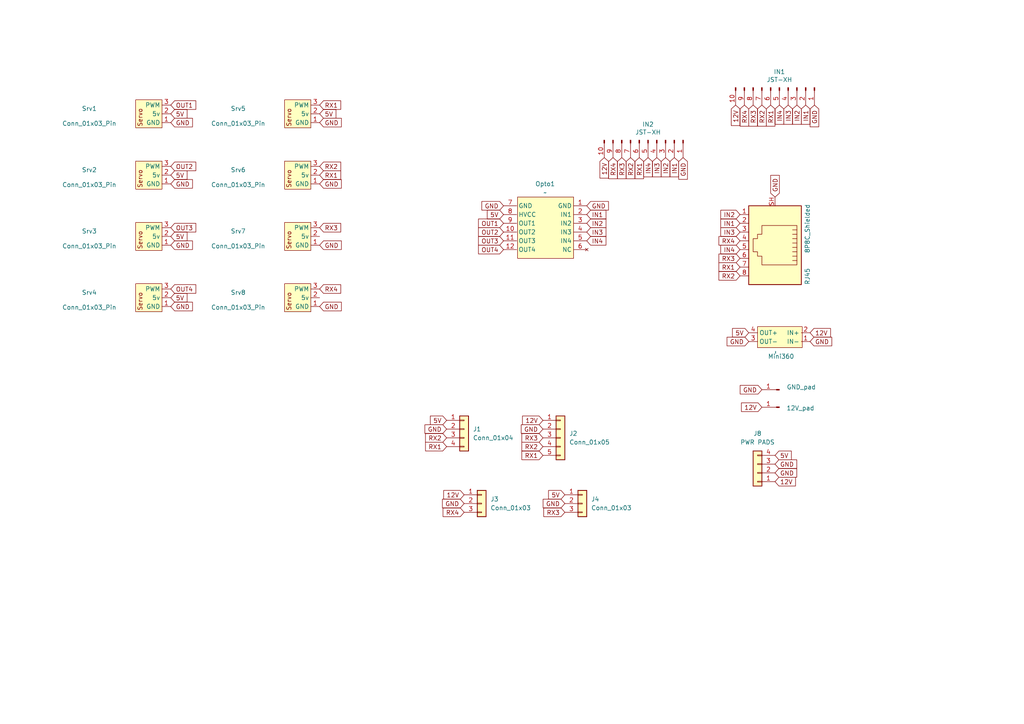
<source format=kicad_sch>
(kicad_sch (version 20231120) (generator "eeschema") (generator_version "8.0")
  (paper "A4")
  (lib_symbols
    (symbol "Connector:8P8C_Shielded" (pin_names (offset 1.016))
      (property "Reference" "J" (at -5.08 13.97 0))
      (property "Value" "8P8C_Shielded" (at 2.54 13.97 0))
      (symbol "8P8C_Shielded_0_1"
        (polyline (pts (xy -5.08 4.445) (xy -6.35 4.445)))
        (polyline (pts (xy -5.08 5.715) (xy -6.35 5.715)))
        (polyline (pts (xy -6.35 -3.175) (xy -5.08 -3.175) (xy -5.08 -3.175)))
        (polyline (pts (xy -6.35 -1.905) (xy -5.08 -1.905) (xy -5.08 -1.905)))
        (polyline (pts (xy -6.35 -0.635) (xy -5.08 -0.635) (xy -5.08 -0.635)))
        (polyline (pts (xy -6.35 0.635) (xy -5.08 0.635) (xy -5.08 0.635)))
        (polyline (pts (xy -6.35 1.905) (xy -5.08 1.905) (xy -5.08 1.905)))
        (polyline (pts (xy -5.08 3.175) (xy -6.35 3.175) (xy -6.35 3.175)))
        (polyline (pts (xy -6.35 -4.445) (xy -6.35 6.985) (xy 3.81 6.985) (xy 3.81 4.445) (xy 5.08 4.445) (xy 5.08 3.175) (xy 6.35 3.175) (xy 6.35 -0.635) (xy 5.08 -0.635) (xy 5.08 -1.905) (xy 3.81 -1.905) (xy 3.81 -4.445) (xy -6.35 -4.445) (xy -6.35 -4.445)))
        (rectangle (start 7.62 12.7) (end -7.62 -10.16) (stroke (width 0.254)) (fill (type background)))
      )
      (symbol "8P8C_Shielded_1_1"
        (pin passive line (at 10.16 -7.62 180) (length 2.54) (name "~") (number "1"))
        (pin passive line (at 10.16 -5.08 180) (length 2.54) (name "~") (number "2"))
        (pin passive line (at 10.16 -2.54 180) (length 2.54) (name "~") (number "3"))
        (pin passive line (at 10.16 0 180) (length 2.54) (name "~") (number "4"))
        (pin passive line (at 10.16 2.54 180) (length 2.54) (name "~") (number "5"))
        (pin passive line (at 10.16 5.08 180) (length 2.54) (name "~") (number "6"))
        (pin passive line (at 10.16 7.62 180) (length 2.54) (name "~") (number "7"))
        (pin passive line (at 10.16 10.16 180) (length 2.54) (name "~") (number "8"))
        (pin passive line (at 0 -12.7 90) (length 2.54) (name "~") (number "SH"))
      )
    )
    (symbol "Connector:Conn_01x01_Pin" (pin_names (offset 1.016) hide)
      (property "Reference" "J" (at 0 2.54 0))
      (property "Value" "Conn_01x01_Pin" (at 0 -2.54 0))
      (symbol "Conn_01x01_Pin_1_1"
        (polyline (pts (xy 1.27 0) (xy 0.8636 0)) (stroke (width 0.1524)))
        (rectangle (start 0.8636 0.127) (end 0 -0.127) (stroke (width 0.1524)) (fill (type outline)))
        (pin passive line (at 5.08 0 180) (length 3.81) (name "Pin_1") (number "1"))
      )
    )
    (symbol "Connector:Conn_01x10_Pin" (pin_names (offset 1.016) hide)
      (property "Reference" "J" (at 0 12.7 0))
      (property "Value" "Conn_01x10_Pin" (at 0 -15.24 0))
      (symbol "Conn_01x10_Pin_1_1"
        (polyline (pts (xy 1.27 -12.7) (xy 0.8636 -12.7)) (stroke (width 0.1524)))
        (polyline (pts (xy 1.27 -10.16) (xy 0.8636 -10.16)) (stroke (width 0.1524)))
        (polyline (pts (xy 1.27 -7.62) (xy 0.8636 -7.62)) (stroke (width 0.1524)))
        (polyline (pts (xy 1.27 -5.08) (xy 0.8636 -5.08)) (stroke (width 0.1524)))
        (polyline (pts (xy 1.27 -2.54) (xy 0.8636 -2.54)) (stroke (width 0.1524)))
        (polyline (pts (xy 1.27 0) (xy 0.8636 0)) (stroke (width 0.1524)))
        (polyline (pts (xy 1.27 2.54) (xy 0.8636 2.54)) (stroke (width 0.1524)))
        (polyline (pts (xy 1.27 5.08) (xy 0.8636 5.08)) (stroke (width 0.1524)))
        (polyline (pts (xy 1.27 7.62) (xy 0.8636 7.62)) (stroke (width 0.1524)))
        (polyline (pts (xy 1.27 10.16) (xy 0.8636 10.16)) (stroke (width 0.1524)))
        (rectangle (start 0.8636 -12.573) (end 0 -12.827) (stroke (width 0.1524)) (fill (type outline)))
        (rectangle (start 0.8636 -10.033) (end 0 -10.287) (stroke (width 0.1524)) (fill (type outline)))
        (rectangle (start 0.8636 -7.493) (end 0 -7.747) (stroke (width 0.1524)) (fill (type outline)))
        (rectangle (start 0.8636 -4.953) (end 0 -5.207) (stroke (width 0.1524)) (fill (type outline)))
        (rectangle (start 0.8636 -2.413) (end 0 -2.667) (stroke (width 0.1524)) (fill (type outline)))
        (rectangle (start 0.8636 0.127) (end 0 -0.127) (stroke (width 0.1524)) (fill (type outline)))
        (rectangle (start 0.8636 2.667) (end 0 2.413) (stroke (width 0.1524)) (fill (type outline)))
        (rectangle (start 0.8636 5.207) (end 0 4.953) (stroke (width 0.1524)) (fill (type outline)))
        (rectangle (start 0.8636 7.747) (end 0 7.493) (stroke (width 0.1524)) (fill (type outline)))
        (rectangle (start 0.8636 10.287) (end 0 10.033) (stroke (width 0.1524)) (fill (type outline)))
        (pin passive line (at 5.08 10.16 180) (length 3.81) (name "Pin_1") (number "1"))
        (pin passive line (at 5.08 -12.7 180) (length 3.81) (name "Pin_10") (number "10"))
        (pin passive line (at 5.08 7.62 180) (length 3.81) (name "Pin_2") (number "2"))
        (pin passive line (at 5.08 5.08 180) (length 3.81) (name "Pin_3") (number "3"))
        (pin passive line (at 5.08 2.54 180) (length 3.81) (name "Pin_4") (number "4"))
        (pin passive line (at 5.08 0 180) (length 3.81) (name "Pin_5") (number "5"))
        (pin passive line (at 5.08 -2.54 180) (length 3.81) (name "Pin_6") (number "6"))
        (pin passive line (at 5.08 -5.08 180) (length 3.81) (name "Pin_7") (number "7"))
        (pin passive line (at 5.08 -7.62 180) (length 3.81) (name "Pin_8") (number "8"))
        (pin passive line (at 5.08 -10.16 180) (length 3.81) (name "Pin_9") (number "9"))
      )
    )
    (symbol "Connector_Generic:Conn_01x03" (pin_names (offset 1.016) hide)
      (property "Reference" "J" (at 0 5.08 0))
      (property "Value" "Conn_01x03" (at 0 -5.08 0))
      (symbol "Conn_01x03_1_1"
        (rectangle (start -1.27 -2.413) (end 0 -2.667) (stroke (width 0.1524)))
        (rectangle (start -1.27 0.127) (end 0 -0.127) (stroke (width 0.1524)))
        (rectangle (start -1.27 2.667) (end 0 2.413) (stroke (width 0.1524)))
        (rectangle (start -1.27 3.81) (end 1.27 -3.81) (stroke (width 0.254)) (fill (type background)))
        (pin passive line (at -5.08 2.54 0) (length 3.81) (name "Pin_1") (number "1"))
        (pin passive line (at -5.08 0 0) (length 3.81) (name "Pin_2") (number "2"))
        (pin passive line (at -5.08 -2.54 0) (length 3.81) (name "Pin_3") (number "3"))
      )
    )
    (symbol "Connector_Generic:Conn_01x04" (pin_names (offset 1.016) hide)
      (property "Reference" "J" (at 0 5.08 0))
      (property "Value" "Conn_01x04" (at 0 -7.62 0))
      (symbol "Conn_01x04_1_1"
        (rectangle (start -1.27 -4.953) (end 0 -5.207) (stroke (width 0.1524)))
        (rectangle (start -1.27 -2.413) (end 0 -2.667) (stroke (width 0.1524)))
        (rectangle (start -1.27 0.127) (end 0 -0.127) (stroke (width 0.1524)))
        (rectangle (start -1.27 2.667) (end 0 2.413) (stroke (width 0.1524)))
        (rectangle (start -1.27 3.81) (end 1.27 -6.35) (stroke (width 0.254)) (fill (type background)))
        (pin passive line (at -5.08 2.54 0) (length 3.81) (name "Pin_1") (number "1"))
        (pin passive line (at -5.08 0 0) (length 3.81) (name "Pin_2") (number "2"))
        (pin passive line (at -5.08 -2.54 0) (length 3.81) (name "Pin_3") (number "3"))
        (pin passive line (at -5.08 -5.08 0) (length 3.81) (name "Pin_4") (number "4"))
      )
    )
    (symbol "Connector_Generic:Conn_01x05" (pin_names (offset 1.016) hide)
      (property "Reference" "J" (at 0 7.62 0))
      (property "Value" "Conn_01x05" (at 0 -7.62 0))
      (symbol "Conn_01x05_1_1"
        (rectangle (start -1.27 -4.953) (end 0 -5.207) (stroke (width 0.1524)))
        (rectangle (start -1.27 -2.413) (end 0 -2.667) (stroke (width 0.1524)))
        (rectangle (start -1.27 0.127) (end 0 -0.127) (stroke (width 0.1524)))
        (rectangle (start -1.27 2.667) (end 0 2.413) (stroke (width 0.1524)))
        (rectangle (start -1.27 5.207) (end 0 4.953) (stroke (width 0.1524)))
        (rectangle (start -1.27 6.35) (end 1.27 -6.35) (stroke (width 0.254)) (fill (type background)))
        (pin passive line (at -5.08 5.08 0) (length 3.81) (name "Pin_1") (number "1"))
        (pin passive line (at -5.08 2.54 0) (length 3.81) (name "Pin_2") (number "2"))
        (pin passive line (at -5.08 0 0) (length 3.81) (name "Pin_3") (number "3"))
        (pin passive line (at -5.08 -2.54 0) (length 3.81) (name "Pin_4") (number "4"))
        (pin passive line (at -5.08 -5.08 0) (length 3.81) (name "Pin_5") (number "5"))
      )
    )
    (symbol "kit:Servo_socket"
      (property "Reference" "Srv" (at 0 4.318 0))
      (symbol "Servo_socket_1_1"
        (rectangle (start 0 2.794) (end 7.62 -5.334) (fill (type background)))
        (text "Servo" (at 6.35 -2.286 900) (effects (font (size 1.27 1.27))))
        (pin passive line (at -2.54 -3.81 0) (length 2.54) (name "GND") (number "1"))
        (pin passive line (at -2.54 -1.27 0) (length 2.54) (name "5v") (number "2"))
        (pin passive line (at -2.54 1.27 0) (length 2.54) (name "PWM") (number "3"))
      )
    )
    (symbol "kit:TLP281_4"
      (property "Reference" "Opto" (at -0.254 0 0))
      (symbol "TLP281_4_1_1"
        (rectangle (start -8.636 8.89) (end 7.62 -8.89) (fill (type background)))
        (pin passive line (at 11.43 6.35 180) (length 3.81) (name "GND") (number "1"))
        (pin output line (at -12.7 -1.27 0) (length 3.81) (name "OUT2") (number "10"))
        (pin output line (at -12.7 -3.81 0) (length 3.81) (name "OUT3") (number "11"))
        (pin output line (at -12.7 -6.35 0) (length 3.81) (name "OUT4") (number "12"))
        (pin input line (at 11.43 3.81 180) (length 3.81) (name "IN1") (number "2"))
        (pin input line (at 11.43 1.27 180) (length 3.81) (name "IN2") (number "3"))
        (pin input line (at 11.43 -1.27 180) (length 3.81) (name "IN3") (number "4"))
        (pin input line (at 11.43 -3.81 180) (length 3.81) (name "IN4") (number "5"))
        (pin no_connect line (at 11.43 -6.35 180) (length 3.81) (name "NC") (number "6"))
        (pin passive line (at -12.7 6.35 0) (length 3.81) (name "GND") (number "7"))
        (pin power_in line (at -12.7 3.81 0) (length 3.81) (name "HVCC") (number "8"))
        (pin output line (at -12.7 1.27 0) (length 3.81) (name "OUT1") (number "9"))
      )
    )
    (symbol "kit:mini360_dcdc"
      (property "Reference" "Mini360_DC/DC" (at 0 5.588 0))
      (symbol "mini360_dcdc_1_1"
        (rectangle (start -6.604 3.048) (end 6.35 -3.048) (fill (type background)))
        (pin input line (at -8.89 1.27 0) (length 2.54) (name "IN-") (number "1"))
        (pin input line (at -8.89 -1.27 0) (length 2.54) (name "IN+") (number "2"))
        (pin output line (at 8.89 1.27 180) (length 2.54) (name "OUT-") (number "3"))
        (pin output line (at 8.89 -1.27 180) (length 2.54) (name "OUT+") (number "4"))
      )
    )
  )
  (global_label "IN4" (shape input) (at 170.18 69.85 0) (property "Intersheetrefs" "${INTERSHEET_REFS}" (effects (hide yes))))
  (global_label "GND" (shape input) (at 224.79 57.15 90) (property "Intersheetrefs" "${INTERSHEET_REFS}" (effects (hide yes))))
  (global_label "12V" (shape input) (at 213.36 30.48 270) (property "Intersheetrefs" "${INTERSHEET_REFS}" (effects (hide yes))))
  (global_label "5V" (shape input) (at 129.54 121.92 180) (property "Intersheetrefs" "${INTERSHEET_REFS}" (effects (hide yes))))
  (global_label "5V" (shape input) (at 217.17 96.52 180) (property "Intersheetrefs" "${INTERSHEET_REFS}" (effects (hide yes))))
  (global_label "GND" (shape input) (at 92.71 35.56 0) (property "Intersheetrefs" "${INTERSHEET_REFS}" (effects (hide yes))))
  (global_label "GND" (shape input) (at 220.98 113.03 180) (property "Intersheetrefs" "${INTERSHEET_REFS}" (effects (hide yes))))
  (global_label "GND" (shape input) (at 92.71 71.12 0) (property "Intersheetrefs" "${INTERSHEET_REFS}" (effects (hide yes))))
  (global_label "RX3" (shape input) (at 180.34 45.72 270) (property "Intersheetrefs" "${INTERSHEET_REFS}" (effects (hide yes))))
  (global_label "IN2" (shape input) (at 214.63 62.23 180) (property "Intersheetrefs" "${INTERSHEET_REFS}" (effects (hide yes))))
  (global_label "GND" (shape input) (at 224.79 134.62 0) (property "Intersheetrefs" "${INTERSHEET_REFS}" (effects (hide yes))))
  (global_label "IN2" (shape input) (at 170.18 64.77 0) (property "Intersheetrefs" "${INTERSHEET_REFS}" (effects (hide yes))))
  (global_label "12V" (shape input) (at 220.98 118.11 180) (property "Intersheetrefs" "${INTERSHEET_REFS}" (effects (hide yes))))
  (global_label "5V" (shape input) (at 146.05 62.23 180) (property "Intersheetrefs" "${INTERSHEET_REFS}" (effects (hide yes))))
  (global_label "GND" (shape input) (at 234.95 99.06 0) (property "Intersheetrefs" "${INTERSHEET_REFS}" (effects (hide yes))))
  (global_label "RX1" (shape input) (at 157.48 132.08 180) (property "Intersheetrefs" "${INTERSHEET_REFS}" (effects (hide yes))))
  (global_label "OUT1" (shape input) (at 146.05 64.77 180) (property "Intersheetrefs" "${INTERSHEET_REFS}" (effects (hide yes))))
  (global_label "GND" (shape input) (at 129.54 124.46 180) (property "Intersheetrefs" "${INTERSHEET_REFS}" (effects (hide yes))))
  (global_label "RX2" (shape input) (at 157.48 129.54 180) (property "Intersheetrefs" "${INTERSHEET_REFS}" (effects (hide yes))))
  (global_label "RX3" (shape input) (at 163.83 148.59 180) (property "Intersheetrefs" "${INTERSHEET_REFS}" (effects (hide yes))))
  (global_label "5V" (shape input) (at 49.53 68.58 0) (property "Intersheetrefs" "${INTERSHEET_REFS}" (effects (hide yes))))
  (global_label "12V" (shape input) (at 234.95 96.52 0) (property "Intersheetrefs" "${INTERSHEET_REFS}" (effects (hide yes))))
  (global_label "5V" (shape input) (at 49.53 50.8 0) (property "Intersheetrefs" "${INTERSHEET_REFS}" (effects (hide yes))))
  (global_label "GND" (shape input) (at 49.53 71.12 0) (property "Intersheetrefs" "${INTERSHEET_REFS}" (effects (hide yes))))
  (global_label "GND" (shape input) (at 92.71 53.34 0) (property "Intersheetrefs" "${INTERSHEET_REFS}" (effects (hide yes))))
  (global_label "GND" (shape input) (at 49.53 35.56 0) (property "Intersheetrefs" "${INTERSHEET_REFS}" (effects (hide yes))))
  (global_label "IN3" (shape input) (at 214.63 67.31 180) (property "Intersheetrefs" "${INTERSHEET_REFS}" (effects (hide yes))))
  (global_label "OUT1" (shape input) (at 49.53 30.48 0) (property "Intersheetrefs" "${INTERSHEET_REFS}" (effects (hide yes))))
  (global_label "RX4" (shape input) (at 92.71 83.82 0) (property "Intersheetrefs" "${INTERSHEET_REFS}" (effects (hide yes))))
  (global_label "5V" (shape input) (at 92.71 33.02 0) (property "Intersheetrefs" "${INTERSHEET_REFS}" (effects (hide yes))))
  (global_label "OUT2" (shape input) (at 49.53 48.26 0) (property "Intersheetrefs" "${INTERSHEET_REFS}" (effects (hide yes))))
  (global_label "RX3" (shape input) (at 157.48 127 180) (property "Intersheetrefs" "${INTERSHEET_REFS}" (effects (hide yes))))
  (global_label "RX4" (shape input) (at 215.9 30.48 270) (property "Intersheetrefs" "${INTERSHEET_REFS}" (effects (hide yes))))
  (global_label "RX1" (shape input) (at 223.52 30.48 270) (property "Intersheetrefs" "${INTERSHEET_REFS}" (effects (hide yes))))
  (global_label "RX3" (shape input) (at 92.71 66.04 0) (property "Intersheetrefs" "${INTERSHEET_REFS}" (effects (hide yes))))
  (global_label "12V" (shape input) (at 224.79 139.7 0) (property "Intersheetrefs" "${INTERSHEET_REFS}" (effects (hide yes))))
  (global_label "IN3" (shape input) (at 190.5 45.72 270) (property "Intersheetrefs" "${INTERSHEET_REFS}" (effects (hide yes))))
  (global_label "RX4" (shape input) (at 214.63 69.85 180) (property "Intersheetrefs" "${INTERSHEET_REFS}" (effects (hide yes))))
  (global_label "OUT3" (shape input) (at 146.05 69.85 180) (property "Intersheetrefs" "${INTERSHEET_REFS}" (effects (hide yes))))
  (global_label "IN1" (shape input) (at 214.63 64.77 180) (property "Intersheetrefs" "${INTERSHEET_REFS}" (effects (hide yes))))
  (global_label "RX2" (shape input) (at 182.88 45.72 270) (property "Intersheetrefs" "${INTERSHEET_REFS}" (effects (hide yes))))
  (global_label "5V" (shape input) (at 49.53 33.02 0) (property "Intersheetrefs" "${INTERSHEET_REFS}" (effects (hide yes))))
  (global_label "5V" (shape input) (at 49.53 86.36 0) (property "Intersheetrefs" "${INTERSHEET_REFS}" (effects (hide yes))))
  (global_label "IN2" (shape input) (at 231.14 30.48 270) (property "Intersheetrefs" "${INTERSHEET_REFS}" (effects (hide yes))))
  (global_label "RX4" (shape input) (at 134.62 148.59 180) (property "Intersheetrefs" "${INTERSHEET_REFS}" (effects (hide yes))))
  (global_label "OUT3" (shape input) (at 49.53 66.04 0) (property "Intersheetrefs" "${INTERSHEET_REFS}" (effects (hide yes))))
  (global_label "RX1" (shape input) (at 185.42 45.72 270) (property "Intersheetrefs" "${INTERSHEET_REFS}" (effects (hide yes))))
  (global_label "IN1" (shape input) (at 195.58 45.72 270) (property "Intersheetrefs" "${INTERSHEET_REFS}" (effects (hide yes))))
  (global_label "12V" (shape input) (at 134.62 143.51 180) (property "Intersheetrefs" "${INTERSHEET_REFS}" (effects (hide yes))))
  (global_label "5V" (shape input) (at 163.83 143.51 180) (property "Intersheetrefs" "${INTERSHEET_REFS}" (effects (hide yes))))
  (global_label "RX4" (shape input) (at 177.8 45.72 270) (property "Intersheetrefs" "${INTERSHEET_REFS}" (effects (hide yes))))
  (global_label "RX3" (shape input) (at 218.44 30.48 270) (property "Intersheetrefs" "${INTERSHEET_REFS}" (effects (hide yes))))
  (global_label "12V" (shape input) (at 157.48 121.92 180) (property "Intersheetrefs" "${INTERSHEET_REFS}" (effects (hide yes))))
  (global_label "RX2" (shape input) (at 129.54 127 180) (property "Intersheetrefs" "${INTERSHEET_REFS}" (effects (hide yes))))
  (global_label "GND" (shape input) (at 217.17 99.06 180) (property "Intersheetrefs" "${INTERSHEET_REFS}" (effects (hide yes))))
  (global_label "GND" (shape input) (at 49.53 88.9 0) (property "Intersheetrefs" "${INTERSHEET_REFS}" (effects (hide yes))))
  (global_label "GND" (shape input) (at 170.18 59.69 0) (property "Intersheetrefs" "${INTERSHEET_REFS}" (effects (hide yes))))
  (global_label "GND" (shape input) (at 49.53 53.34 0) (property "Intersheetrefs" "${INTERSHEET_REFS}" (effects (hide yes))))
  (global_label "RX1" (shape input) (at 129.54 129.54 180) (property "Intersheetrefs" "${INTERSHEET_REFS}" (effects (hide yes))))
  (global_label "OUT4" (shape input) (at 49.53 83.82 0) (property "Intersheetrefs" "${INTERSHEET_REFS}" (effects (hide yes))))
  (global_label "GND" (shape input) (at 146.05 59.69 180) (property "Intersheetrefs" "${INTERSHEET_REFS}" (effects (hide yes))))
  (global_label "GND" (shape input) (at 134.62 146.05 180) (property "Intersheetrefs" "${INTERSHEET_REFS}" (effects (hide yes))))
  (global_label "IN4" (shape input) (at 226.06 30.48 270) (property "Intersheetrefs" "${INTERSHEET_REFS}" (effects (hide yes))))
  (global_label "GND" (shape input) (at 224.79 137.16 0) (property "Intersheetrefs" "${INTERSHEET_REFS}" (effects (hide yes))))
  (global_label "GND" (shape input) (at 92.71 88.9 0) (property "Intersheetrefs" "${INTERSHEET_REFS}" (effects (hide yes))))
  (global_label "IN4" (shape input) (at 187.96 45.72 270) (property "Intersheetrefs" "${INTERSHEET_REFS}" (effects (hide yes))))
  (global_label "5V" (shape input) (at 224.79 132.08 0) (property "Intersheetrefs" "${INTERSHEET_REFS}" (effects (hide yes))))
  (global_label "OUT2" (shape input) (at 146.05 67.31 180) (property "Intersheetrefs" "${INTERSHEET_REFS}" (effects (hide yes))))
  (global_label "IN4" (shape input) (at 214.63 72.39 180) (property "Intersheetrefs" "${INTERSHEET_REFS}" (effects (hide yes))))
  (global_label "GND" (shape input) (at 236.22 30.48 270) (property "Intersheetrefs" "${INTERSHEET_REFS}" (effects (hide yes))))
  (global_label "IN1" (shape input) (at 233.68 30.48 270) (property "Intersheetrefs" "${INTERSHEET_REFS}" (effects (hide yes))))
  (global_label "RX1" (shape input) (at 92.71 50.8 0) (property "Intersheetrefs" "${INTERSHEET_REFS}" (effects (hide yes))))
  (global_label "RX2" (shape input) (at 92.71 48.26 0) (property "Intersheetrefs" "${INTERSHEET_REFS}" (effects (hide yes))))
  (global_label "IN3" (shape input) (at 170.18 67.31 0) (property "Intersheetrefs" "${INTERSHEET_REFS}" (effects (hide yes))))
  (global_label "OUT4" (shape input) (at 146.05 72.39 180) (property "Intersheetrefs" "${INTERSHEET_REFS}" (effects (hide yes))))
  (global_label "RX1" (shape input) (at 214.63 77.47 180) (property "Intersheetrefs" "${INTERSHEET_REFS}" (effects (hide yes))))
  (global_label "RX3" (shape input) (at 214.63 74.93 180) (property "Intersheetrefs" "${INTERSHEET_REFS}" (effects (hide yes))))
  (global_label "RX2" (shape input) (at 214.63 80.01 180) (property "Intersheetrefs" "${INTERSHEET_REFS}" (effects (hide yes))))
  (global_label "GND" (shape input) (at 157.48 124.46 180) (property "Intersheetrefs" "${INTERSHEET_REFS}" (effects (hide yes))))
  (global_label "GND" (shape input) (at 163.83 146.05 180) (property "Intersheetrefs" "${INTERSHEET_REFS}" (effects (hide yes))))
  (global_label "GND" (shape input) (at 198.12 45.72 270) (property "Intersheetrefs" "${INTERSHEET_REFS}" (effects (hide yes))))
  (global_label "IN3" (shape input) (at 228.6 30.48 270) (property "Intersheetrefs" "${INTERSHEET_REFS}" (effects (hide yes))))
  (global_label "RX1" (shape input) (at 92.71 30.48 0) (property "Intersheetrefs" "${INTERSHEET_REFS}" (effects (hide yes))))
  (global_label "RX2" (shape input) (at 220.98 30.48 270) (property "Intersheetrefs" "${INTERSHEET_REFS}" (effects (hide yes))))
  (global_label "IN1" (shape input) (at 170.18 62.23 0) (property "Intersheetrefs" "${INTERSHEET_REFS}" (effects (hide yes))))
  (global_label "12V" (shape input) (at 175.26 45.72 270) (property "Intersheetrefs" "${INTERSHEET_REFS}" (effects (hide yes))))
  (global_label "IN2" (shape input) (at 193.04 45.72 270) (property "Intersheetrefs" "${INTERSHEET_REFS}" (effects (hide yes))))
  (symbol (lib_id "kit:TLP281_4") (at 158.75 66.04 0) (unit 1)
    (property "Reference" "Opto1" (at 158.115 53.34 0))
    (property "Value" "~" (at 158.115 55.88 0))
    (property "Footprint" "Library:TLP281_4_module" (effects (hide yes)))
  )
  (symbol (lib_id "kit:Servo_socket") (at 46.99 85.09 0) (mirror y) (unit 1)
    (property "Reference" "Srv4" (at 25.908 84.836 0))
    (property "Value" "Conn_01x03_Pin" (at 25.908 89.154 0))
    (property "Footprint" "Library:Servo_pads" (effects (hide yes)))
    (property "Description" "Generic connector, single row, 01x03, script generated" (effects (hide yes)))
  )
  (symbol (lib_id "Connector_Generic:Conn_01x05") (at 162.56 127 0) (unit 1)
    (property "Reference" "J2" (at 165.1 125.7299 0) (effects (justify left)))
    (property "Value" "Conn_01x05" (at 165.1 128.2699 0) (effects (justify left)))
    (property "Footprint" "Connector_JST:JST_XH_B5B-XH-A_1x05_P2.50mm_Vertical" (effects (hide yes)))
    (property "Description" "Generic connector, single row, 01x05, script generated (kicad-library-utils/schlib/autogen/connector/)" (effects (hide yes)))
  )
  (symbol (lib_id "Connector_Generic:Conn_01x04") (at 134.62 124.46 0) (unit 1)
    (property "Reference" "J1" (at 137.16 124.4599 0) (effects (justify left)))
    (property "Value" "Conn_01x04" (at 137.16 126.9999 0) (effects (justify left)))
    (property "Footprint" "Connector_JST:JST_XH_B4B-XH-A_1x04_P2.50mm_Vertical" (effects (hide yes)))
    (property "Description" "Generic connector, single row, 01x04, script generated (kicad-library-utils/schlib/autogen/connector/)" (effects (hide yes)))
  )
  (symbol (lib_id "kit:Servo_socket") (at 90.17 31.75 0) (mirror y) (unit 1)
    (property "Reference" "Srv5" (at 69.088 31.496 0))
    (property "Value" "Conn_01x03_Pin" (at 69.088 35.814 0))
    (property "Footprint" "Library:Servo_pads" (effects (hide yes)))
    (property "Description" "Generic connector, single row, 01x03, script generated" (effects (hide yes)))
  )
  (symbol (lib_id "kit:Servo_socket") (at 46.99 49.53 0) (mirror y) (unit 1)
    (property "Reference" "Srv2" (at 25.908 49.276 0))
    (property "Value" "Conn_01x03_Pin" (at 25.908 53.594 0))
    (property "Footprint" "Library:Servo_pads" (effects (hide yes)))
    (property "Description" "Generic connector, single row, 01x03, script generated" (effects (hide yes)))
  )
  (symbol (lib_id "kit:mini360_dcdc") (at 226.06 97.79 180) (unit 1)
    (property "Reference" "Mini360" (at 230.378 103.378 0) (effects (justify left)))
    (property "Value" "~" (at 224.917 101.6 90) (effects (justify left)))
    (property "Footprint" "Mini360_step-down:Mini560_step-down_pro" (effects (hide yes)))
  )
  (symbol (lib_id "Connector:8P8C_Shielded") (at 224.79 69.85 180) (unit 1)
    (property "Reference" "RJ45" (at 234.188 77.724 90) (effects (justify left)))
    (property "Value" "8P8C_Shielded" (at 234.188 59.182 90) (effects (justify left)))
    (property "Footprint" "Connector_RJ:RJ45_Wuerth_7499010001A_Horizontal" (effects (hide yes)))
    (property "Description" "RJ connector, 8P8C (8 positions 8 connected), RJ31/RJ32/RJ33/RJ34/RJ35/RJ41/RJ45/RJ49/RJ61, Shielded" (effects (hide yes)))
  )
  (symbol (lib_id "Connector_Generic:Conn_01x03") (at 139.7 146.05 0) (unit 1)
    (property "Reference" "J3" (at 142.24 144.7799 0) (effects (justify left)))
    (property "Value" "Conn_01x03" (at 142.24 147.3199 0) (effects (justify left)))
    (property "Footprint" "Connector_JST:JST_XH_B3B-XH-A_1x03_P2.50mm_Vertical" (effects (hide yes)))
    (property "Description" "Generic connector, single row, 01x03, script generated (kicad-library-utils/schlib/autogen/connector/)" (effects (hide yes)))
  )
  (symbol (lib_id "Connector:Conn_01x10_Pin") (at 226.06 25.4 270) (unit 1)
    (property "Reference" "IN1" (at 226.06 20.828 90))
    (property "Value" "JST-XH" (at 226.06 23.114 90))
    (property "Footprint" "Connector_JST:JST_XH_B10B-XH-A_1x10_P2.50mm_Vertical" (effects (hide yes)))
    (property "Description" "Generic connector, single row, 01x10, script generated" (effects (hide yes)))
  )
  (symbol (lib_id "kit:Servo_socket") (at 90.17 49.53 0) (mirror y) (unit 1)
    (property "Reference" "Srv6" (at 69.088 49.276 0))
    (property "Value" "Conn_01x03_Pin" (at 69.088 53.594 0))
    (property "Footprint" "Library:Servo_pads" (effects (hide yes)))
    (property "Description" "Generic connector, single row, 01x03, script generated" (effects (hide yes)))
  )
  (symbol (lib_id "kit:Servo_socket") (at 90.17 67.31 0) (mirror y) (unit 1)
    (property "Reference" "Srv7" (at 69.088 67.056 0))
    (property "Value" "Conn_01x03_Pin" (at 69.088 71.374 0))
    (property "Footprint" "Library:Servo_pads" (effects (hide yes)))
    (property "Description" "Generic connector, single row, 01x03, script generated" (effects (hide yes)))
  )
  (symbol (lib_id "Connector_Generic:Conn_01x04") (at 219.71 137.16 180) (unit 1)
    (property "Reference" "J8" (at 219.71 125.73 0))
    (property "Value" "PWR PADS" (at 219.71 128.27 0))
    (property "Footprint" "Library:PWR_pads" (effects (hide yes)))
    (property "Description" "Generic connector, single row, 01x04, script generated (kicad-library-utils/schlib/autogen/connector/)" (effects (hide yes)))
  )
  (symbol (lib_id "kit:Servo_socket") (at 46.99 67.31 0) (mirror y) (unit 1)
    (property "Reference" "Srv3" (at 25.908 67.056 0))
    (property "Value" "Conn_01x03_Pin" (at 25.908 71.374 0))
    (property "Footprint" "Library:Servo_pads" (effects (hide yes)))
    (property "Description" "Generic connector, single row, 01x03, script generated" (effects (hide yes)))
  )
  (symbol (lib_id "Connector:Conn_01x01_Pin") (at 226.06 113.03 180) (unit 1)
    (property "Reference" "J6" (effects (hide yes)))
    (property "Value" "GND_pad" (at 232.41 112.268 0))
    (property "Footprint" "TestPoint:TestPoint_Pad_2.5x2.5mm" (effects (hide yes)))
    (property "Description" "Generic connector, single row, 01x01, script generated" (effects (hide yes)))
  )
  (symbol (lib_id "Connector:Conn_01x01_Pin") (at 226.06 118.11 180) (unit 1)
    (property "Reference" "J5" (effects (hide yes)))
    (property "Value" "12V_pad" (at 232.156 118.364 0))
    (property "Footprint" "TestPoint:TestPoint_Pad_2.5x2.5mm" (effects (hide yes)))
    (property "Description" "Generic connector, single row, 01x01, script generated" (effects (hide yes)))
  )
  (symbol (lib_id "Connector:Conn_01x10_Pin") (at 187.96 40.64 270) (unit 1)
    (property "Reference" "IN2" (at 187.96 36.068 90))
    (property "Value" "JST-XH" (at 187.96 38.354 90))
    (property "Footprint" "Connector_JST:JST_XH_B10B-XH-A_1x10_P2.50mm_Vertical" (effects (hide yes)))
    (property "Description" "Generic connector, single row, 01x10, script generated" (effects (hide yes)))
  )
  (symbol (lib_id "kit:Servo_socket") (at 90.17 85.09 0) (mirror y) (unit 1)
    (property "Reference" "Srv8" (at 69.088 84.836 0))
    (property "Value" "Conn_01x03_Pin" (at 69.088 89.154 0))
    (property "Footprint" "Library:Servo_pads" (effects (hide yes)))
    (property "Description" "Generic connector, single row, 01x03, script generated" (effects (hide yes)))
  )
  (symbol (lib_id "kit:Servo_socket") (at 46.99 31.75 0) (mirror y) (unit 1)
    (property "Reference" "Srv1" (at 25.908 31.496 0))
    (property "Value" "Conn_01x03_Pin" (at 25.908 35.814 0))
    (property "Footprint" "Library:Servo_pads" (effects (hide yes)))
    (property "Description" "Generic connector, single row, 01x03, script generated" (effects (hide yes)))
  )
  (symbol (lib_id "Connector_Generic:Conn_01x03") (at 168.91 146.05 0) (unit 1)
    (property "Reference" "J4" (at 171.45 144.7799 0) (effects (justify left)))
    (property "Value" "Conn_01x03" (at 171.45 147.3199 0) (effects (justify left)))
    (property "Footprint" "Connector_JST:JST_XH_B3B-XH-A_1x03_P2.50mm_Vertical" (effects (hide yes)))
    (property "Description" "Generic connector, single row, 01x03, script generated (kicad-library-utils/schlib/autogen/connector/)" (effects (hide yes)))
  )
)
</source>
